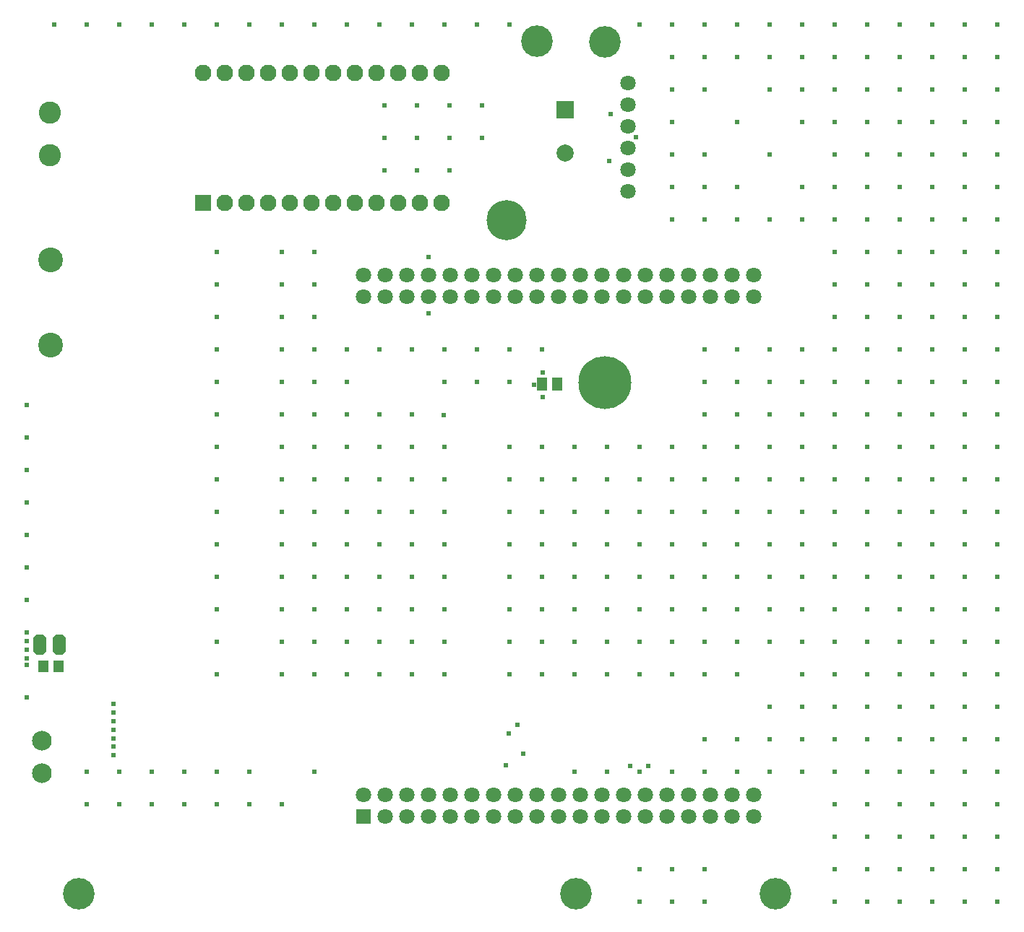
<source format=gts>
G04*
G04 #@! TF.GenerationSoftware,Altium Limited,Altium Designer,21.0.9 (235)*
G04*
G04 Layer_Color=8388736*
%FSLAX25Y25*%
%MOIN*%
G70*
G04*
G04 #@! TF.SameCoordinates,A9EE82D5-5453-4621-884F-38B111DD7A68*
G04*
G04*
G04 #@! TF.FilePolarity,Negative*
G04*
G01*
G75*
G04:AMPARAMS|DCode=21|XSize=63mil|YSize=93mil|CornerRadius=0mil|HoleSize=0mil|Usage=FLASHONLY|Rotation=0.000|XOffset=0mil|YOffset=0mil|HoleType=Round|Shape=Octagon|*
%AMOCTAGOND21*
4,1,8,-0.01575,0.04650,0.01575,0.04650,0.03150,0.03075,0.03150,-0.03075,0.01575,-0.04650,-0.01575,-0.04650,-0.03150,-0.03075,-0.03150,0.03075,-0.01575,0.04650,0.0*
%
%ADD21OCTAGOND21*%

%ADD22R,0.04816X0.05800*%
%ADD23R,0.04501X0.06115*%
%ADD24C,0.24422*%
%ADD25C,0.14580*%
%ADD26C,0.18517*%
%ADD27C,0.07099*%
%ADD28C,0.11430*%
%ADD29C,0.09068*%
%ADD30R,0.07099X0.07099*%
%ADD31C,0.10249*%
%ADD32R,0.07887X0.07887*%
%ADD33C,0.07887*%
%ADD34R,0.07690X0.07690*%
%ADD35C,0.07690*%
%ADD36C,0.02400*%
D21*
X384389Y396358D02*
D03*
X393445D02*
D03*
D22*
X386009Y386229D02*
D03*
X393016D02*
D03*
D23*
X623090Y516520D02*
D03*
X616082D02*
D03*
D24*
X644884Y517410D02*
D03*
D25*
D03*
X613607Y674890D02*
D03*
X644873Y674724D02*
D03*
X402370Y281189D02*
D03*
X631494D02*
D03*
X723625D02*
D03*
D26*
X599609Y592213D02*
D03*
D27*
X655550Y605535D02*
D03*
Y655535D02*
D03*
Y635535D02*
D03*
Y615535D02*
D03*
Y645535D02*
D03*
Y625535D02*
D03*
X593625Y317059D02*
D03*
X603625D02*
D03*
X573625Y327059D02*
D03*
X583625Y317059D02*
D03*
Y327059D02*
D03*
X613625Y317059D02*
D03*
X533625Y327059D02*
D03*
X633625Y317059D02*
D03*
X643625D02*
D03*
Y327059D02*
D03*
X653625Y317059D02*
D03*
Y327059D02*
D03*
X663625Y317059D02*
D03*
Y327059D02*
D03*
X673625Y317059D02*
D03*
X543625D02*
D03*
X683625D02*
D03*
Y327059D02*
D03*
X693625Y317059D02*
D03*
Y327059D02*
D03*
X703625D02*
D03*
X713625Y317059D02*
D03*
X543625Y327059D02*
D03*
X553625Y317059D02*
D03*
Y327059D02*
D03*
X563625Y317059D02*
D03*
X573625D02*
D03*
X533625Y557059D02*
D03*
Y567059D02*
D03*
X543625Y557059D02*
D03*
Y567059D02*
D03*
X553625Y557059D02*
D03*
X563625D02*
D03*
Y567059D02*
D03*
X573625Y557059D02*
D03*
Y567059D02*
D03*
X583625Y557059D02*
D03*
X593625D02*
D03*
X603625D02*
D03*
X613625D02*
D03*
X623625D02*
D03*
Y567059D02*
D03*
X633625Y557059D02*
D03*
Y567059D02*
D03*
X643625Y557059D02*
D03*
Y567059D02*
D03*
X653625D02*
D03*
X663625Y557059D02*
D03*
Y567059D02*
D03*
X673625Y557059D02*
D03*
Y567059D02*
D03*
X683625Y557059D02*
D03*
Y567059D02*
D03*
X693625Y557059D02*
D03*
Y567059D02*
D03*
X703625Y557059D02*
D03*
Y567059D02*
D03*
X713625Y557059D02*
D03*
Y567059D02*
D03*
X593625D02*
D03*
X603625D02*
D03*
X583625D02*
D03*
X613625D02*
D03*
X653625Y557059D02*
D03*
X613625Y327059D02*
D03*
X713625D02*
D03*
X603625D02*
D03*
X593625D02*
D03*
X703625Y317059D02*
D03*
X673625Y327059D02*
D03*
X553625Y567059D02*
D03*
X633625Y327059D02*
D03*
X623625D02*
D03*
Y317059D02*
D03*
X563625Y327059D02*
D03*
D28*
X389176Y534529D02*
D03*
Y573899D02*
D03*
D29*
X385369Y352084D02*
D03*
Y337084D02*
D03*
D30*
X533625Y317059D02*
D03*
D31*
X388844Y641832D02*
D03*
Y622147D02*
D03*
D32*
X626510Y643162D02*
D03*
D33*
Y623477D02*
D03*
D34*
X459478Y600380D02*
D03*
D35*
X499478Y660380D02*
D03*
X509478Y600380D02*
D03*
Y660380D02*
D03*
X519478Y600380D02*
D03*
Y660380D02*
D03*
X529478Y600380D02*
D03*
Y660380D02*
D03*
X539478Y600380D02*
D03*
Y660380D02*
D03*
X549478Y600380D02*
D03*
X559478D02*
D03*
Y660380D02*
D03*
X569478Y600380D02*
D03*
Y660380D02*
D03*
X469478D02*
D03*
X489478Y600380D02*
D03*
X499478D02*
D03*
X459478Y660380D02*
D03*
X489478D02*
D03*
X549478D02*
D03*
X479478Y600380D02*
D03*
Y660380D02*
D03*
X469478Y600380D02*
D03*
D36*
X378424Y398013D02*
D03*
Y394076D02*
D03*
X604805Y359473D02*
D03*
X600635Y355168D02*
D03*
X616234Y510715D02*
D03*
X616430Y521918D02*
D03*
X612198Y516415D02*
D03*
X615970Y532705D02*
D03*
X600970D02*
D03*
Y517705D02*
D03*
X585970Y532705D02*
D03*
Y517705D02*
D03*
X563724Y549267D02*
D03*
X555970Y532705D02*
D03*
X659209Y630543D02*
D03*
X647541Y641311D02*
D03*
X646906Y619540D02*
D03*
X720970Y592705D02*
D03*
X705970D02*
D03*
Y607705D02*
D03*
X675970Y592705D02*
D03*
X690970D02*
D03*
X675970Y607705D02*
D03*
X690970D02*
D03*
X563724Y575165D02*
D03*
X720970Y532705D02*
D03*
X705970D02*
D03*
X690970D02*
D03*
X570970D02*
D03*
X720970Y517705D02*
D03*
X705970D02*
D03*
X690970D02*
D03*
X570970D02*
D03*
X720970Y502705D02*
D03*
X705970D02*
D03*
X690970D02*
D03*
X825970Y682705D02*
D03*
X810970D02*
D03*
X795970D02*
D03*
X780970D02*
D03*
X765970D02*
D03*
X735970D02*
D03*
X750970D02*
D03*
X720970D02*
D03*
X705970D02*
D03*
X690970D02*
D03*
X675970D02*
D03*
X660970D02*
D03*
X600970D02*
D03*
X570970D02*
D03*
X585970D02*
D03*
X555970D02*
D03*
X540970D02*
D03*
X510970D02*
D03*
X525970D02*
D03*
X495970D02*
D03*
X480970D02*
D03*
X450970D02*
D03*
X465970D02*
D03*
X435970D02*
D03*
X420970D02*
D03*
X390970D02*
D03*
X405970D02*
D03*
X825970Y652705D02*
D03*
Y667705D02*
D03*
X795970Y652705D02*
D03*
X810970D02*
D03*
X795970Y667705D02*
D03*
X810970D02*
D03*
X780970Y652705D02*
D03*
Y667705D02*
D03*
X765970Y652705D02*
D03*
Y667705D02*
D03*
X735970Y652705D02*
D03*
X750970D02*
D03*
X735970Y667705D02*
D03*
X750970D02*
D03*
X720970Y652705D02*
D03*
Y667705D02*
D03*
X705970D02*
D03*
X675970Y652705D02*
D03*
X690970D02*
D03*
X675970Y667705D02*
D03*
X690970D02*
D03*
X825970Y637705D02*
D03*
X795970D02*
D03*
X810970D02*
D03*
X780970D02*
D03*
X765970D02*
D03*
X735970D02*
D03*
X750970D02*
D03*
X705970D02*
D03*
X675970D02*
D03*
X573286Y645150D02*
D03*
X588286D02*
D03*
X558286D02*
D03*
X543286D02*
D03*
X825970Y622705D02*
D03*
X795970D02*
D03*
X810970D02*
D03*
X780970D02*
D03*
X765970D02*
D03*
X750970D02*
D03*
X720970D02*
D03*
X675970D02*
D03*
X690970D02*
D03*
X573286Y630150D02*
D03*
X588286D02*
D03*
X573286Y615150D02*
D03*
X558286Y630150D02*
D03*
Y615150D02*
D03*
X543286Y630150D02*
D03*
Y615150D02*
D03*
X825970Y592705D02*
D03*
Y607705D02*
D03*
X795970Y592705D02*
D03*
X810970D02*
D03*
X795970Y607705D02*
D03*
X810970D02*
D03*
X780970Y592705D02*
D03*
Y607705D02*
D03*
X765970Y592705D02*
D03*
Y607705D02*
D03*
X735970Y592705D02*
D03*
X750970D02*
D03*
X735970Y607705D02*
D03*
X750970D02*
D03*
X825970Y577705D02*
D03*
X810970D02*
D03*
X795970D02*
D03*
X780970D02*
D03*
X765970D02*
D03*
X750970D02*
D03*
X510970D02*
D03*
X495970D02*
D03*
X465970D02*
D03*
X825970Y562705D02*
D03*
X810970D02*
D03*
X795970D02*
D03*
X780970D02*
D03*
X765970D02*
D03*
X750970D02*
D03*
X510970D02*
D03*
X495970D02*
D03*
X465970D02*
D03*
X825970Y532705D02*
D03*
Y547705D02*
D03*
X810970Y532705D02*
D03*
X795970D02*
D03*
X810970Y547705D02*
D03*
X795970D02*
D03*
X780970Y532705D02*
D03*
Y547705D02*
D03*
X765970Y532705D02*
D03*
Y547705D02*
D03*
X735970Y532705D02*
D03*
X750970D02*
D03*
Y547705D02*
D03*
X540970Y532705D02*
D03*
X510970D02*
D03*
X525970D02*
D03*
X510970Y547705D02*
D03*
X495970Y532705D02*
D03*
Y547705D02*
D03*
X465970Y532705D02*
D03*
Y547705D02*
D03*
X825970Y517705D02*
D03*
X810970D02*
D03*
X795970D02*
D03*
X780970D02*
D03*
X765970D02*
D03*
X735970D02*
D03*
X750970D02*
D03*
X510970D02*
D03*
X525970D02*
D03*
X495970D02*
D03*
X465970D02*
D03*
X825970Y502705D02*
D03*
X810970D02*
D03*
X795970D02*
D03*
X780970D02*
D03*
X765970D02*
D03*
X735970D02*
D03*
X750970D02*
D03*
X570500Y502200D02*
D03*
X555970Y502705D02*
D03*
X540970D02*
D03*
X510970D02*
D03*
X525970D02*
D03*
X495970D02*
D03*
X465970D02*
D03*
X378424Y506950D02*
D03*
Y491950D02*
D03*
X825970Y472705D02*
D03*
Y487705D02*
D03*
X810970Y472705D02*
D03*
X795970D02*
D03*
X810970Y487705D02*
D03*
X795970D02*
D03*
X780970Y472705D02*
D03*
Y487705D02*
D03*
X765970Y472705D02*
D03*
Y487705D02*
D03*
X735970Y472705D02*
D03*
X750970D02*
D03*
X735970Y487705D02*
D03*
X750970D02*
D03*
X570970Y472705D02*
D03*
Y487705D02*
D03*
X555970Y472705D02*
D03*
Y487705D02*
D03*
X540970Y472705D02*
D03*
Y487705D02*
D03*
X510970Y472705D02*
D03*
X525970D02*
D03*
X510970Y487705D02*
D03*
X525970D02*
D03*
X495970Y472705D02*
D03*
Y487705D02*
D03*
X465970Y472705D02*
D03*
Y487705D02*
D03*
X378424Y476950D02*
D03*
X825970Y457705D02*
D03*
X810970D02*
D03*
X795970D02*
D03*
X780970D02*
D03*
X765970D02*
D03*
X735970D02*
D03*
X750970D02*
D03*
X570970D02*
D03*
X555970D02*
D03*
X540970D02*
D03*
X510970D02*
D03*
X525970D02*
D03*
X495970D02*
D03*
X465970D02*
D03*
X378424Y461950D02*
D03*
X825970Y442705D02*
D03*
X810970D02*
D03*
X795970D02*
D03*
X780970D02*
D03*
X765970D02*
D03*
X735970D02*
D03*
X750970D02*
D03*
X570970D02*
D03*
X555970D02*
D03*
X540970D02*
D03*
X510970D02*
D03*
X525970D02*
D03*
X495970D02*
D03*
X465970D02*
D03*
X378424Y431950D02*
D03*
Y446950D02*
D03*
X825970Y412705D02*
D03*
Y427705D02*
D03*
X810970Y412705D02*
D03*
X795970D02*
D03*
X810970Y427705D02*
D03*
X795970D02*
D03*
X780970Y412705D02*
D03*
Y427705D02*
D03*
X765970Y412705D02*
D03*
Y427705D02*
D03*
X735970Y412705D02*
D03*
X750970D02*
D03*
X735970Y427705D02*
D03*
X750970D02*
D03*
X570970Y412705D02*
D03*
Y427705D02*
D03*
X555970Y412705D02*
D03*
Y427705D02*
D03*
X540970Y412705D02*
D03*
Y427705D02*
D03*
X510970Y412705D02*
D03*
X525970D02*
D03*
X510970Y427705D02*
D03*
X525970D02*
D03*
X495970Y412705D02*
D03*
Y427705D02*
D03*
X465970Y412705D02*
D03*
Y427705D02*
D03*
X378424Y416950D02*
D03*
X825970Y397705D02*
D03*
X810970D02*
D03*
X795970D02*
D03*
X780970D02*
D03*
X765970D02*
D03*
X735970D02*
D03*
X750970D02*
D03*
X570970D02*
D03*
X555970D02*
D03*
X540970D02*
D03*
X510970D02*
D03*
X525970D02*
D03*
X495970D02*
D03*
X465970D02*
D03*
X378424Y390139D02*
D03*
Y401950D02*
D03*
X825970Y367705D02*
D03*
Y382705D02*
D03*
X810970Y367705D02*
D03*
X795970D02*
D03*
X810970Y382705D02*
D03*
X795970D02*
D03*
X780970Y367705D02*
D03*
Y382705D02*
D03*
X765970Y367705D02*
D03*
Y382705D02*
D03*
X735970D02*
D03*
Y367705D02*
D03*
X750970D02*
D03*
Y382705D02*
D03*
X720970Y367705D02*
D03*
X570970Y382705D02*
D03*
X555970D02*
D03*
X540970D02*
D03*
X510970D02*
D03*
X525970D02*
D03*
X495970D02*
D03*
X465970D02*
D03*
X378424Y371950D02*
D03*
X825970Y352705D02*
D03*
X810970D02*
D03*
X795970D02*
D03*
X780970D02*
D03*
X765970D02*
D03*
X735970D02*
D03*
X750970D02*
D03*
X720970D02*
D03*
X705970D02*
D03*
X690970D02*
D03*
X418452Y357024D02*
D03*
Y349150D02*
D03*
Y364898D02*
D03*
X825970Y337705D02*
D03*
X810970D02*
D03*
X795970D02*
D03*
X780970D02*
D03*
X765970D02*
D03*
X735970D02*
D03*
X750970D02*
D03*
X720970D02*
D03*
X705970D02*
D03*
X675970D02*
D03*
X690970D02*
D03*
X660970D02*
D03*
X645970D02*
D03*
X630970D02*
D03*
X599400Y340500D02*
D03*
X510970Y337705D02*
D03*
X480970D02*
D03*
X450970D02*
D03*
X465970D02*
D03*
X435970D02*
D03*
X420970D02*
D03*
X378424Y386950D02*
D03*
X664855Y340345D02*
D03*
X656489D02*
D03*
X418452Y345213D02*
D03*
Y353087D02*
D03*
Y360961D02*
D03*
Y368835D02*
D03*
X405970Y337705D02*
D03*
X825970Y307705D02*
D03*
Y322705D02*
D03*
X810970Y307705D02*
D03*
X795970D02*
D03*
X810970Y322705D02*
D03*
X795970D02*
D03*
X780970Y307705D02*
D03*
Y322705D02*
D03*
X765970Y307705D02*
D03*
Y322705D02*
D03*
X750970Y307705D02*
D03*
Y322705D02*
D03*
X495970D02*
D03*
X480970D02*
D03*
X450970D02*
D03*
X465970D02*
D03*
X435970D02*
D03*
X420970D02*
D03*
X405970D02*
D03*
X825970Y292705D02*
D03*
X810970D02*
D03*
X795970D02*
D03*
X780970D02*
D03*
X765970D02*
D03*
X750970D02*
D03*
X675970D02*
D03*
X690970D02*
D03*
X660970D02*
D03*
X825970Y277705D02*
D03*
X810970D02*
D03*
X795970D02*
D03*
X780970D02*
D03*
X765970D02*
D03*
X750970D02*
D03*
X675970D02*
D03*
X690970D02*
D03*
X660970D02*
D03*
X720970Y472705D02*
D03*
Y487705D02*
D03*
X705970Y472705D02*
D03*
Y487705D02*
D03*
X675970Y472705D02*
D03*
X690970D02*
D03*
X675970Y487705D02*
D03*
X690970D02*
D03*
X660970Y472705D02*
D03*
Y487705D02*
D03*
X645970Y472705D02*
D03*
Y487705D02*
D03*
X615970Y472705D02*
D03*
X630970D02*
D03*
X615970Y487705D02*
D03*
X630970D02*
D03*
X600970Y472705D02*
D03*
Y487705D02*
D03*
X720970Y457705D02*
D03*
X705970D02*
D03*
X675970D02*
D03*
X690970D02*
D03*
X660970D02*
D03*
X645970D02*
D03*
X615970D02*
D03*
X630970D02*
D03*
X600970D02*
D03*
X720970Y442705D02*
D03*
X705970D02*
D03*
X675970D02*
D03*
X690970D02*
D03*
X660970D02*
D03*
X645970D02*
D03*
X615970D02*
D03*
X630970D02*
D03*
X600970D02*
D03*
X720970Y412705D02*
D03*
Y427705D02*
D03*
X705970Y412705D02*
D03*
Y427705D02*
D03*
X675970Y412705D02*
D03*
X690970D02*
D03*
X675970Y427705D02*
D03*
X690970D02*
D03*
X660970Y412705D02*
D03*
Y427705D02*
D03*
X645970Y412705D02*
D03*
Y427705D02*
D03*
X615970Y412705D02*
D03*
X630970D02*
D03*
X615970Y427705D02*
D03*
X630970D02*
D03*
X600970Y412705D02*
D03*
Y427705D02*
D03*
X720970Y397705D02*
D03*
X705970D02*
D03*
X675970D02*
D03*
X690970D02*
D03*
X660970D02*
D03*
X645970D02*
D03*
X615970D02*
D03*
X630970D02*
D03*
X600970D02*
D03*
X705970Y382705D02*
D03*
X675970D02*
D03*
X690970D02*
D03*
X660970D02*
D03*
X645970D02*
D03*
X615970D02*
D03*
X630970D02*
D03*
X600970D02*
D03*
X607471Y346140D02*
D03*
M02*

</source>
